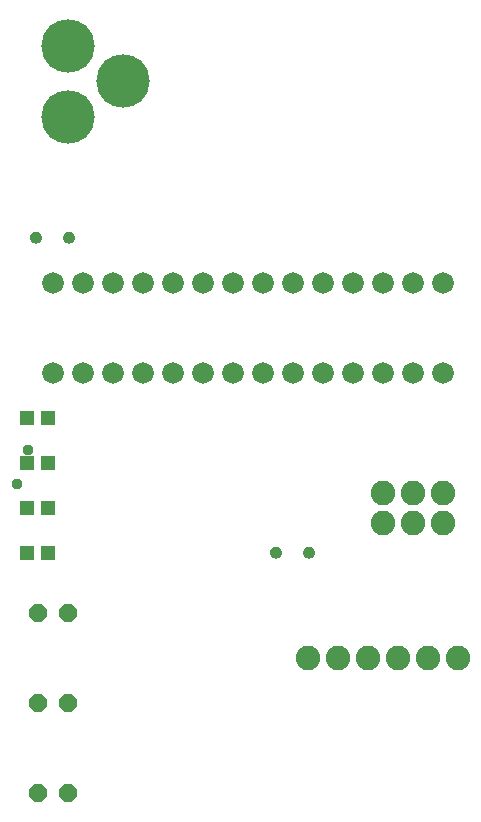
<source format=gbr>
G04 EAGLE Gerber RS-274X export*
G75*
%MOMM*%
%FSLAX34Y34*%
%LPD*%
%INSoldermask Top*%
%IPPOS*%
%AMOC8*
5,1,8,0,0,1.08239X$1,22.5*%
G01*
%ADD10C,4.521200*%
%ADD11C,1.828800*%
%ADD12R,1.303200X1.203200*%
%ADD13P,1.649562X8X22.500000*%
%ADD14C,2.082800*%
%ADD15C,0.959600*%

G36*
X191736Y756977D02*
X191736Y756977D01*
X191811Y756974D01*
X192787Y757076D01*
X192835Y757090D01*
X192925Y757106D01*
X193854Y757422D01*
X193898Y757447D01*
X193983Y757483D01*
X194818Y757997D01*
X194855Y758031D01*
X194930Y758085D01*
X195630Y758773D01*
X195659Y758814D01*
X195719Y758883D01*
X196248Y759710D01*
X196267Y759756D01*
X196311Y759837D01*
X196643Y760760D01*
X196651Y760810D01*
X196676Y760899D01*
X196794Y761873D01*
X196791Y761923D01*
X196795Y762009D01*
X196700Y763011D01*
X196686Y763060D01*
X196670Y763150D01*
X196354Y764106D01*
X196330Y764151D01*
X196295Y764235D01*
X195773Y765096D01*
X195740Y765134D01*
X195687Y765209D01*
X194987Y765933D01*
X194946Y765962D01*
X194877Y766023D01*
X194034Y766573D01*
X193988Y766593D01*
X193907Y766637D01*
X192963Y766985D01*
X192913Y766994D01*
X192825Y767019D01*
X191827Y767149D01*
X191784Y767147D01*
X191658Y767148D01*
X190647Y767009D01*
X190599Y766993D01*
X190509Y766974D01*
X189554Y766612D01*
X189511Y766586D01*
X189427Y766548D01*
X188577Y765983D01*
X188540Y765948D01*
X188468Y765891D01*
X187764Y765152D01*
X187736Y765109D01*
X187678Y765038D01*
X187157Y764160D01*
X187139Y764113D01*
X187098Y764031D01*
X186785Y763059D01*
X186778Y763009D01*
X186757Y762920D01*
X186668Y761902D01*
X186673Y761852D01*
X186672Y761761D01*
X186803Y760797D01*
X186819Y760749D01*
X186838Y760660D01*
X187180Y759749D01*
X187206Y759706D01*
X187245Y759623D01*
X187782Y758811D01*
X187817Y758775D01*
X187873Y758702D01*
X188577Y758030D01*
X188619Y758003D01*
X188690Y757944D01*
X189526Y757446D01*
X189573Y757428D01*
X189655Y757388D01*
X190581Y757088D01*
X190631Y757081D01*
X190720Y757059D01*
X191689Y756973D01*
X191736Y756977D01*
G37*
G36*
X163745Y756977D02*
X163745Y756977D01*
X163820Y756974D01*
X164796Y757076D01*
X164844Y757090D01*
X164934Y757106D01*
X165863Y757422D01*
X165907Y757447D01*
X165992Y757483D01*
X166827Y757997D01*
X166864Y758031D01*
X166939Y758085D01*
X167639Y758773D01*
X167668Y758814D01*
X167728Y758883D01*
X168257Y759710D01*
X168276Y759756D01*
X168320Y759837D01*
X168652Y760760D01*
X168660Y760810D01*
X168685Y760899D01*
X168803Y761873D01*
X168800Y761923D01*
X168804Y762009D01*
X168709Y763011D01*
X168695Y763060D01*
X168679Y763150D01*
X168363Y764106D01*
X168339Y764151D01*
X168304Y764235D01*
X167782Y765096D01*
X167749Y765134D01*
X167696Y765209D01*
X166996Y765933D01*
X166955Y765962D01*
X166886Y766023D01*
X166043Y766573D01*
X165997Y766593D01*
X165916Y766637D01*
X164972Y766985D01*
X164922Y766994D01*
X164834Y767019D01*
X163836Y767149D01*
X163793Y767147D01*
X163667Y767148D01*
X162656Y767009D01*
X162608Y766993D01*
X162518Y766974D01*
X161563Y766612D01*
X161520Y766586D01*
X161436Y766548D01*
X160586Y765983D01*
X160549Y765948D01*
X160477Y765891D01*
X159773Y765152D01*
X159745Y765109D01*
X159687Y765038D01*
X159166Y764160D01*
X159148Y764113D01*
X159107Y764031D01*
X158794Y763059D01*
X158787Y763009D01*
X158766Y762920D01*
X158677Y761902D01*
X158682Y761852D01*
X158681Y761761D01*
X158812Y760797D01*
X158828Y760749D01*
X158847Y760660D01*
X159189Y759749D01*
X159215Y759706D01*
X159254Y759623D01*
X159791Y758811D01*
X159826Y758775D01*
X159882Y758702D01*
X160586Y758030D01*
X160628Y758003D01*
X160699Y757944D01*
X161535Y757446D01*
X161582Y757428D01*
X161664Y757388D01*
X162590Y757088D01*
X162640Y757081D01*
X162729Y757059D01*
X163698Y756973D01*
X163745Y756977D01*
G37*
G36*
X394936Y490277D02*
X394936Y490277D01*
X395011Y490274D01*
X395987Y490376D01*
X396035Y490390D01*
X396125Y490406D01*
X397054Y490722D01*
X397098Y490747D01*
X397183Y490783D01*
X398018Y491297D01*
X398055Y491331D01*
X398130Y491385D01*
X398830Y492073D01*
X398859Y492114D01*
X398919Y492183D01*
X399448Y493010D01*
X399467Y493056D01*
X399511Y493137D01*
X399843Y494060D01*
X399851Y494110D01*
X399876Y494199D01*
X399994Y495173D01*
X399991Y495223D01*
X399995Y495309D01*
X399900Y496311D01*
X399886Y496360D01*
X399870Y496450D01*
X399554Y497406D01*
X399530Y497451D01*
X399495Y497535D01*
X398973Y498396D01*
X398940Y498434D01*
X398887Y498509D01*
X398187Y499233D01*
X398146Y499262D01*
X398077Y499323D01*
X397234Y499873D01*
X397188Y499893D01*
X397107Y499937D01*
X396163Y500285D01*
X396113Y500294D01*
X396025Y500319D01*
X395027Y500449D01*
X394984Y500447D01*
X394858Y500448D01*
X393847Y500309D01*
X393799Y500293D01*
X393709Y500274D01*
X392754Y499912D01*
X392711Y499886D01*
X392627Y499848D01*
X391777Y499283D01*
X391740Y499248D01*
X391668Y499191D01*
X390964Y498452D01*
X390936Y498409D01*
X390878Y498338D01*
X390357Y497460D01*
X390339Y497413D01*
X390298Y497331D01*
X389985Y496359D01*
X389978Y496309D01*
X389957Y496220D01*
X389868Y495202D01*
X389873Y495152D01*
X389872Y495061D01*
X390003Y494097D01*
X390019Y494049D01*
X390038Y493960D01*
X390380Y493049D01*
X390406Y493006D01*
X390445Y492923D01*
X390982Y492111D01*
X391017Y492075D01*
X391073Y492002D01*
X391777Y491330D01*
X391819Y491303D01*
X391890Y491244D01*
X392726Y490746D01*
X392773Y490728D01*
X392855Y490688D01*
X393781Y490388D01*
X393831Y490381D01*
X393920Y490359D01*
X394889Y490273D01*
X394936Y490277D01*
G37*
G36*
X366945Y490277D02*
X366945Y490277D01*
X367020Y490274D01*
X367996Y490376D01*
X368044Y490390D01*
X368134Y490406D01*
X369063Y490722D01*
X369107Y490747D01*
X369192Y490783D01*
X370027Y491297D01*
X370064Y491331D01*
X370139Y491385D01*
X370839Y492073D01*
X370868Y492114D01*
X370928Y492183D01*
X371457Y493010D01*
X371476Y493056D01*
X371520Y493137D01*
X371852Y494060D01*
X371860Y494110D01*
X371885Y494199D01*
X372003Y495173D01*
X372000Y495223D01*
X372004Y495309D01*
X371909Y496311D01*
X371895Y496360D01*
X371879Y496450D01*
X371563Y497406D01*
X371539Y497451D01*
X371504Y497535D01*
X370982Y498396D01*
X370949Y498434D01*
X370896Y498509D01*
X370196Y499233D01*
X370155Y499262D01*
X370086Y499323D01*
X369243Y499873D01*
X369197Y499893D01*
X369116Y499937D01*
X368172Y500285D01*
X368122Y500294D01*
X368034Y500319D01*
X367036Y500449D01*
X366993Y500447D01*
X366867Y500448D01*
X365856Y500309D01*
X365808Y500293D01*
X365718Y500274D01*
X364763Y499912D01*
X364720Y499886D01*
X364636Y499848D01*
X363786Y499283D01*
X363749Y499248D01*
X363677Y499191D01*
X362973Y498452D01*
X362945Y498409D01*
X362887Y498338D01*
X362366Y497460D01*
X362348Y497413D01*
X362307Y497331D01*
X361994Y496359D01*
X361987Y496309D01*
X361966Y496220D01*
X361877Y495202D01*
X361882Y495152D01*
X361881Y495061D01*
X362012Y494097D01*
X362028Y494049D01*
X362047Y493960D01*
X362389Y493049D01*
X362415Y493006D01*
X362454Y492923D01*
X362991Y492111D01*
X363026Y492075D01*
X363082Y492002D01*
X363786Y491330D01*
X363828Y491303D01*
X363899Y491244D01*
X364735Y490746D01*
X364782Y490728D01*
X364864Y490688D01*
X365790Y490388D01*
X365840Y490381D01*
X365929Y490359D01*
X366898Y490273D01*
X366945Y490277D01*
G37*
D10*
X190500Y924400D03*
X190500Y864400D03*
X237500Y894400D03*
D11*
X177800Y647700D03*
X203200Y647700D03*
X228600Y647700D03*
X254000Y647700D03*
X279400Y647700D03*
X304800Y647700D03*
X330200Y647700D03*
X355600Y647700D03*
X381000Y647700D03*
X406400Y647700D03*
X431800Y647700D03*
X457200Y647700D03*
X482600Y647700D03*
X508000Y647700D03*
X508000Y723900D03*
X482600Y723900D03*
X457200Y723900D03*
X431800Y723900D03*
X406400Y723900D03*
X381000Y723900D03*
X355600Y723900D03*
X330200Y723900D03*
X304800Y723900D03*
X279400Y723900D03*
X254000Y723900D03*
X228600Y723900D03*
X203200Y723900D03*
X177800Y723900D03*
D12*
X156600Y609600D03*
X173600Y609600D03*
X156600Y571500D03*
X173600Y571500D03*
X156600Y533400D03*
X173600Y533400D03*
X156600Y495300D03*
X173600Y495300D03*
D13*
X165100Y444500D03*
X190500Y444500D03*
X165100Y368300D03*
X190500Y368300D03*
X165100Y292100D03*
X190500Y292100D03*
D14*
X393700Y406400D03*
X419100Y406400D03*
X444500Y406400D03*
X469900Y406400D03*
X495300Y406400D03*
X520700Y406400D03*
X457200Y520700D03*
X457200Y546100D03*
X482600Y520700D03*
X482600Y546100D03*
X508000Y520700D03*
X508000Y546100D03*
D15*
X156972Y582168D03*
X147828Y553212D03*
M02*

</source>
